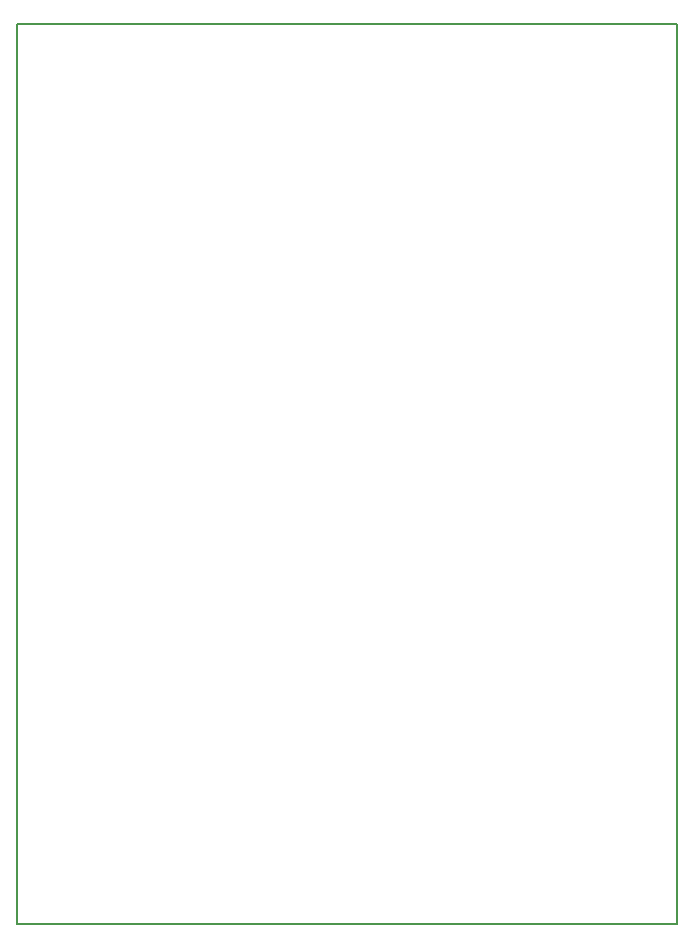
<source format=gbr>
G04 #@! TF.FileFunction,Profile,NP*
%FSLAX46Y46*%
G04 Gerber Fmt 4.6, Leading zero omitted, Abs format (unit mm)*
G04 Created by KiCad (PCBNEW 4.0.7) date 12/31/17 13:49:46*
%MOMM*%
%LPD*%
G01*
G04 APERTURE LIST*
%ADD10C,0.100000*%
%ADD11C,0.150000*%
G04 APERTURE END LIST*
D10*
D11*
X175260000Y-137160000D02*
X175260000Y-135890000D01*
X119380000Y-137160000D02*
X175260000Y-137160000D01*
X119380000Y-135890000D02*
X119380000Y-137160000D01*
X175260000Y-60960000D02*
X119380000Y-60960000D01*
X175260000Y-135890000D02*
X175260000Y-60960000D01*
X119380000Y-60960000D02*
X119380000Y-135890000D01*
M02*

</source>
